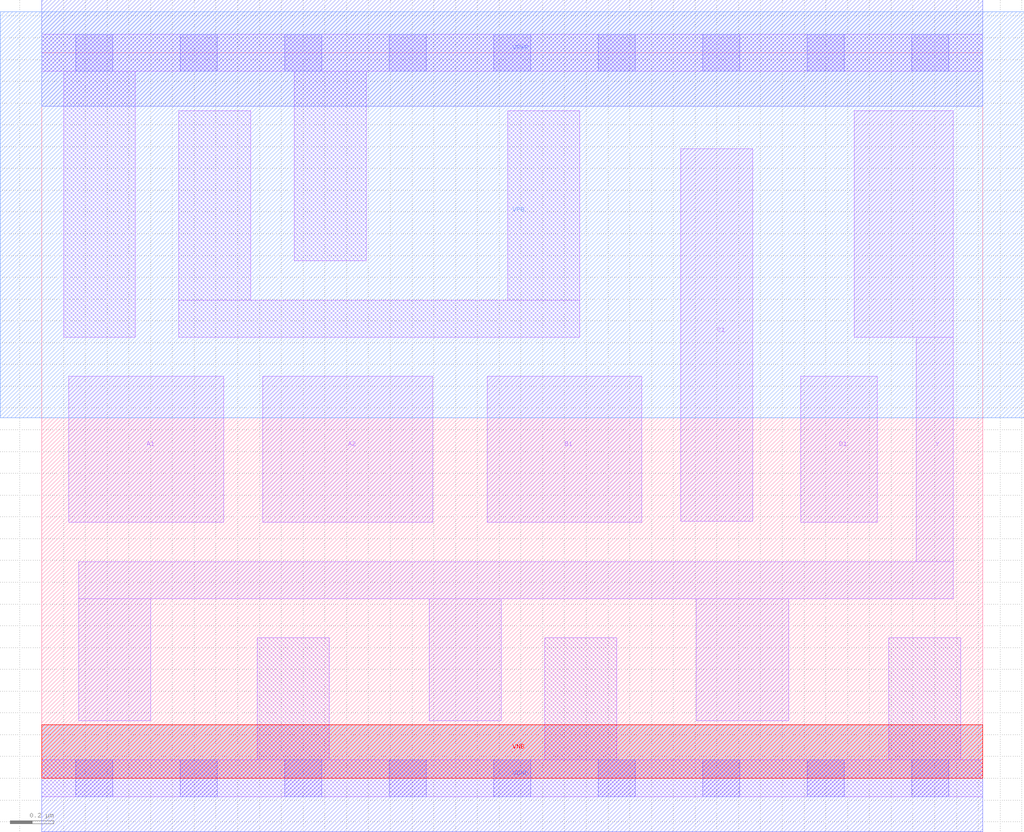
<source format=lef>
# Copyright 2020 The SkyWater PDK Authors
#
# Licensed under the Apache License, Version 2.0 (the "License");
# you may not use this file except in compliance with the License.
# You may obtain a copy of the License at
#
#     https://www.apache.org/licenses/LICENSE-2.0
#
# Unless required by applicable law or agreed to in writing, software
# distributed under the License is distributed on an "AS IS" BASIS,
# WITHOUT WARRANTIES OR CONDITIONS OF ANY KIND, either express or implied.
# See the License for the specific language governing permissions and
# limitations under the License.
#
# SPDX-License-Identifier: Apache-2.0

VERSION 5.7 ;
  NOWIREEXTENSIONATPIN ON ;
  DIVIDERCHAR "/" ;
  BUSBITCHARS "[]" ;
MACRO sky130_fd_sc_lp__a2111oi_lp
  CLASS CORE ;
  FOREIGN sky130_fd_sc_lp__a2111oi_lp ;
  ORIGIN  0.000000  0.000000 ;
  SIZE  4.320000 BY  3.330000 ;
  SYMMETRY X Y R90 ;
  SITE unit ;
  PIN A1
    ANTENNAGATEAREA  0.313000 ;
    DIRECTION INPUT ;
    USE SIGNAL ;
    PORT
      LAYER li1 ;
        RECT 0.125000 1.175000 0.835000 1.845000 ;
    END
  END A1
  PIN A2
    ANTENNAGATEAREA  0.313000 ;
    DIRECTION INPUT ;
    USE SIGNAL ;
    PORT
      LAYER li1 ;
        RECT 1.015000 1.175000 1.795000 1.845000 ;
    END
  END A2
  PIN B1
    ANTENNAGATEAREA  0.376000 ;
    DIRECTION INPUT ;
    USE SIGNAL ;
    PORT
      LAYER li1 ;
        RECT 2.045000 1.175000 2.755000 1.845000 ;
    END
  END B1
  PIN C1
    ANTENNAGATEAREA  0.376000 ;
    DIRECTION INPUT ;
    USE SIGNAL ;
    PORT
      LAYER li1 ;
        RECT 2.935000 1.180000 3.265000 2.890000 ;
    END
  END C1
  PIN D1
    ANTENNAGATEAREA  0.376000 ;
    DIRECTION INPUT ;
    USE SIGNAL ;
    PORT
      LAYER li1 ;
        RECT 3.485000 1.175000 3.835000 1.845000 ;
    END
  END D1
  PIN Y
    ANTENNADIFFAREA  0.635700 ;
    DIRECTION OUTPUT ;
    USE SIGNAL ;
    PORT
      LAYER li1 ;
        RECT 0.170000 0.265000 0.500000 0.825000 ;
        RECT 0.170000 0.825000 4.185000 0.995000 ;
        RECT 1.780000 0.265000 2.110000 0.825000 ;
        RECT 3.005000 0.265000 3.430000 0.825000 ;
        RECT 3.730000 2.025000 4.185000 3.065000 ;
        RECT 4.015000 0.995000 4.185000 2.025000 ;
    END
  END Y
  PIN VGND
    DIRECTION INOUT ;
    USE GROUND ;
    PORT
      LAYER met1 ;
        RECT 0.000000 -0.245000 4.320000 0.245000 ;
    END
  END VGND
  PIN VNB
    DIRECTION INOUT ;
    USE GROUND ;
    PORT
      LAYER pwell ;
        RECT 0.000000 0.000000 4.320000 0.245000 ;
    END
  END VNB
  PIN VPB
    DIRECTION INOUT ;
    USE POWER ;
    PORT
      LAYER nwell ;
        RECT -0.190000 1.655000 4.510000 3.520000 ;
    END
  END VPB
  PIN VPWR
    DIRECTION INOUT ;
    USE POWER ;
    PORT
      LAYER met1 ;
        RECT 0.000000 3.085000 4.320000 3.575000 ;
    END
  END VPWR
  OBS
    LAYER li1 ;
      RECT 0.000000 -0.085000 4.320000 0.085000 ;
      RECT 0.000000  3.245000 4.320000 3.415000 ;
      RECT 0.100000  2.025000 0.430000 3.245000 ;
      RECT 0.630000  2.025000 2.470000 2.195000 ;
      RECT 0.630000  2.195000 0.960000 3.065000 ;
      RECT 0.990000  0.085000 1.320000 0.645000 ;
      RECT 1.160000  2.375000 1.490000 3.245000 ;
      RECT 2.140000  2.195000 2.470000 3.065000 ;
      RECT 2.310000  0.085000 2.640000 0.645000 ;
      RECT 3.890000  0.085000 4.220000 0.645000 ;
    LAYER mcon ;
      RECT 0.155000 -0.085000 0.325000 0.085000 ;
      RECT 0.155000  3.245000 0.325000 3.415000 ;
      RECT 0.635000 -0.085000 0.805000 0.085000 ;
      RECT 0.635000  3.245000 0.805000 3.415000 ;
      RECT 1.115000 -0.085000 1.285000 0.085000 ;
      RECT 1.115000  3.245000 1.285000 3.415000 ;
      RECT 1.595000 -0.085000 1.765000 0.085000 ;
      RECT 1.595000  3.245000 1.765000 3.415000 ;
      RECT 2.075000 -0.085000 2.245000 0.085000 ;
      RECT 2.075000  3.245000 2.245000 3.415000 ;
      RECT 2.555000 -0.085000 2.725000 0.085000 ;
      RECT 2.555000  3.245000 2.725000 3.415000 ;
      RECT 3.035000 -0.085000 3.205000 0.085000 ;
      RECT 3.035000  3.245000 3.205000 3.415000 ;
      RECT 3.515000 -0.085000 3.685000 0.085000 ;
      RECT 3.515000  3.245000 3.685000 3.415000 ;
      RECT 3.995000 -0.085000 4.165000 0.085000 ;
      RECT 3.995000  3.245000 4.165000 3.415000 ;
  END
END sky130_fd_sc_lp__a2111oi_lp
END LIBRARY

</source>
